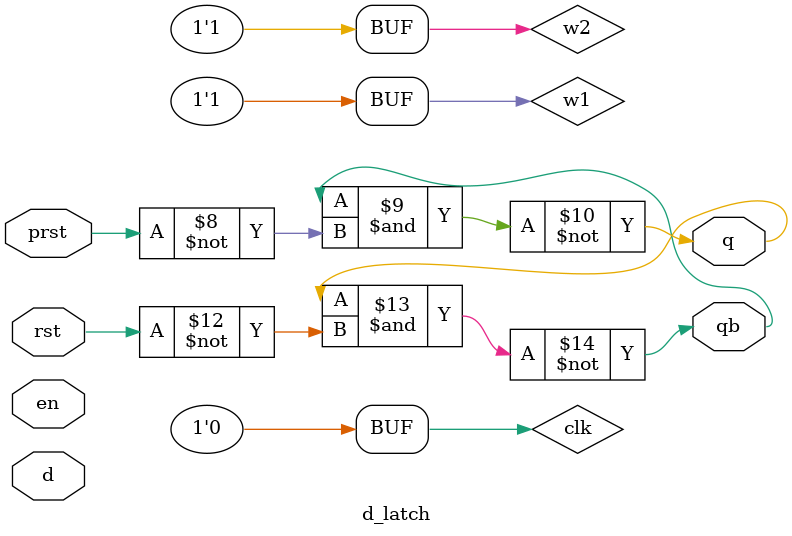
<source format=v>
module d_latch(d,en,prst,rst,q,qb);
  input d,en;
  input prst,rst;
  output q,qb;
  
  not #1 (enb,en);
  and (clk,enb,en);
  
  nand (w1,d,clk);
  nand (w2,~d,clk);
  nand (q,w1,qb,~prst);
  nand (qb,w2,q,~rst);
endmodule
</source>
